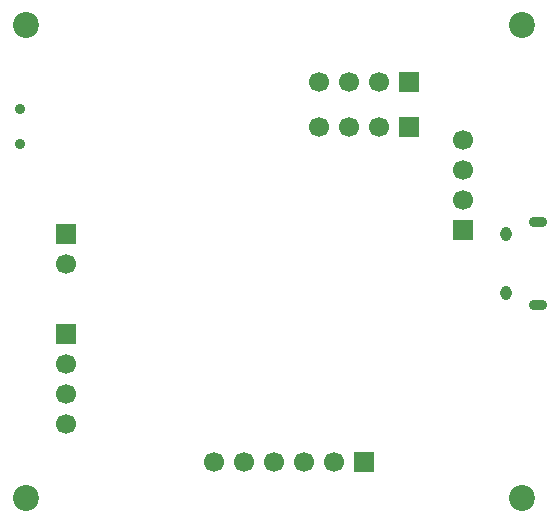
<source format=gbr>
%TF.GenerationSoftware,KiCad,Pcbnew,9.0.4-9.0.4-0~ubuntu22.04.1*%
%TF.CreationDate,2025-09-25T00:01:55-07:00*%
%TF.ProjectId,Tiny_Thinker,54696e79-5f54-4686-996e-6b65722e6b69,rev?*%
%TF.SameCoordinates,Original*%
%TF.FileFunction,Soldermask,Bot*%
%TF.FilePolarity,Negative*%
%FSLAX46Y46*%
G04 Gerber Fmt 4.6, Leading zero omitted, Abs format (unit mm)*
G04 Created by KiCad (PCBNEW 9.0.4-9.0.4-0~ubuntu22.04.1) date 2025-09-25 00:01:55*
%MOMM*%
%LPD*%
G01*
G04 APERTURE LIST*
%ADD10O,1.550000X0.890000*%
%ADD11O,0.950000X1.250000*%
%ADD12C,0.900000*%
%ADD13C,2.200000*%
%ADD14R,1.700000X1.700000*%
%ADD15C,1.700000*%
G04 APERTURE END LIST*
D10*
%TO.C,J1*%
X128300000Y-76700000D03*
D11*
X125600000Y-77700000D03*
X125600000Y-82700000D03*
D10*
X128300000Y-83700000D03*
%TD*%
D12*
%TO.C,SW2*%
X84470000Y-67100000D03*
X84470000Y-70100000D03*
%TD*%
D13*
%TO.C,H4*%
X85000000Y-100000000D03*
%TD*%
%TO.C,H3*%
X85000000Y-60000000D03*
%TD*%
%TO.C,H2*%
X127000000Y-100000000D03*
%TD*%
%TO.C,H1*%
X127000000Y-60000000D03*
%TD*%
D14*
%TO.C,J5*%
X113550000Y-97000000D03*
D15*
X111010000Y-97000000D03*
X108470000Y-97000000D03*
X105930000Y-97000000D03*
X103390000Y-97000000D03*
X100850000Y-97000000D03*
%TD*%
D14*
%TO.C,J7*%
X88400000Y-77725000D03*
D15*
X88400000Y-80265000D03*
%TD*%
%TO.C,J3*%
X109790000Y-64800000D03*
X112330000Y-64800000D03*
X114870000Y-64800000D03*
D14*
X117410000Y-64800000D03*
%TD*%
%TO.C,J2*%
X122000000Y-77310000D03*
D15*
X122000000Y-74770000D03*
X122000000Y-72230000D03*
X122000000Y-69690000D03*
%TD*%
D14*
%TO.C,J4*%
X117410000Y-68600000D03*
D15*
X114870000Y-68600000D03*
X112330000Y-68600000D03*
X109790000Y-68600000D03*
%TD*%
D14*
%TO.C,J6*%
X88400000Y-86190000D03*
D15*
X88400000Y-88730000D03*
X88400000Y-91270000D03*
X88400000Y-93810000D03*
%TD*%
M02*

</source>
